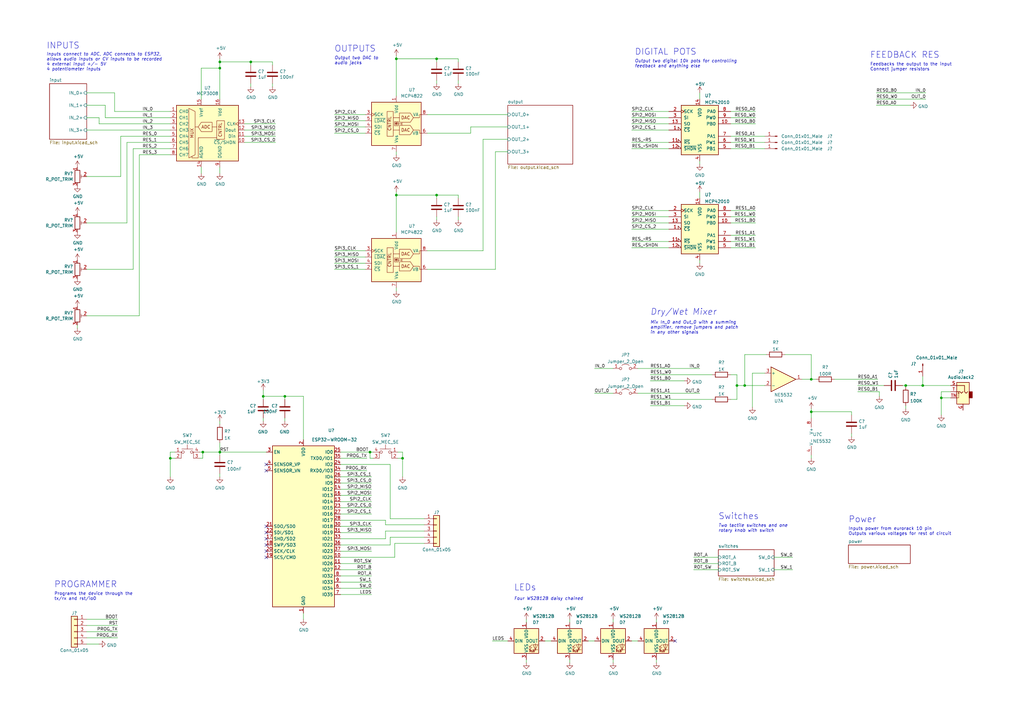
<source format=kicad_sch>
(kicad_sch (version 20211123) (generator eeschema)
  (paper "A3")
  (junction (at 378.46 158.115))
  (junction (at 371.475 158.115))
  (junction (at 107.95 162.56))
  (junction (at 90.17 27.94))
  (junction (at 90.17 185.42))
  (junction (at 305.435 158.115))
  (junction (at 302.26 158.115))
  (junction (at 179.07 80.01))
  (junction (at 116.84 162.56))
  (junction (at 179.07 24.13))
  (junction (at 162.56 24.13))
  (junction (at 83.185 185.42))
  (junction (at 165.1 187.96))
  (junction (at 386.08 163.195))
  (junction (at 162.56 80.01))
  (junction (at 102.87 25.4))
  (junction (at 69.85 187.96))
  (junction (at 332.74 155.575))
  (junction (at 151.765 185.42))
  (junction (at 90.17 25.4))
  (junction (at 332.74 168.91))
  (no_connect (at 109.22 226.06))
  (no_connect (at 109.22 228.6))
  (no_connect (at 109.22 223.52))
  (no_connect (at 109.22 215.9))
  (no_connect (at 109.22 190.5))
  (no_connect (at 109.22 193.04))
  (no_connect (at 109.22 220.98))
  (no_connect (at 276.86 262.89))
  (no_connect (at 109.22 218.44))
  (wire (pts (xy 378.46 154.305) (xy 378.46 158.115)))
  (wire (pts (xy 35.56 254) (xy 48.26 254)))
  (wire (pts (xy 266.7 153.67) (xy 292.1 153.67)))
  (wire (pts (xy 259.08 91.44) (xy 274.32 91.44)))
  (wire (pts (xy 287.02 38.1) (xy 287.02 40.64)))
  (wire (pts (xy 208.28 57.15) (xy 198.12 57.15)))
  (wire (pts (xy 175.26 110.49) (xy 203.2 110.49)))
  (wire (pts (xy 175.26 54.61) (xy 193.04 54.61)))
  (wire (pts (xy 359.41 40.64) (xy 379.73 40.64)))
  (wire (pts (xy 137.16 107.95) (xy 149.86 107.95)))
  (wire (pts (xy 359.41 38.1) (xy 379.73 38.1)))
  (wire (pts (xy 100.33 53.34) (xy 113.03 53.34)))
  (wire (pts (xy 386.08 160.655) (xy 386.08 163.195)))
  (wire (pts (xy 49.53 72.39) (xy 49.53 55.88)))
  (wire (pts (xy 139.7 241.3) (xy 152.4 241.3)))
  (wire (pts (xy 302.26 153.67) (xy 302.26 158.115)))
  (wire (pts (xy 90.17 181.61) (xy 90.17 185.42)))
  (wire (pts (xy 149.86 102.87) (xy 137.16 102.87)))
  (wire (pts (xy 198.12 57.15) (xy 198.12 102.87)))
  (wire (pts (xy 82.55 40.64) (xy 82.55 27.94)))
  (wire (pts (xy 81.915 187.96) (xy 83.185 187.96)))
  (wire (pts (xy 35.56 110.49) (xy 54.61 110.49)))
  (wire (pts (xy 35.56 72.39) (xy 49.53 72.39)))
  (wire (pts (xy 165.1 185.42) (xy 165.1 187.96)))
  (wire (pts (xy 139.7 238.76) (xy 152.4 238.76)))
  (wire (pts (xy 233.68 254) (xy 233.68 255.27)))
  (wire (pts (xy 203.2 110.49) (xy 203.2 62.23)))
  (wire (pts (xy 299.72 50.8) (xy 309.88 50.8)))
  (wire (pts (xy 69.85 185.42) (xy 69.85 187.96)))
  (wire (pts (xy 82.55 27.94) (xy 90.17 27.94)))
  (wire (pts (xy 162.56 80.01) (xy 179.07 80.01)))
  (wire (pts (xy 173.99 220.345) (xy 160.02 220.345)))
  (wire (pts (xy 90.17 25.4) (xy 102.87 25.4)))
  (wire (pts (xy 332.74 168.91) (xy 332.74 167.64)))
  (wire (pts (xy 139.7 187.96) (xy 150.495 187.96)))
  (wire (pts (xy 179.07 88.9) (xy 179.07 90.17)))
  (wire (pts (xy 54.61 110.49) (xy 54.61 60.96)))
  (wire (pts (xy 284.48 228.6) (xy 294.64 228.6)))
  (wire (pts (xy 81.915 185.42) (xy 83.185 185.42)))
  (wire (pts (xy 35.56 43.18) (xy 43.18 43.18)))
  (wire (pts (xy 179.07 80.01) (xy 187.96 80.01)))
  (wire (pts (xy 266.7 166.37) (xy 280.67 166.37)))
  (wire (pts (xy 179.07 24.13) (xy 187.96 24.13)))
  (wire (pts (xy 153.035 185.42) (xy 151.765 185.42)))
  (wire (pts (xy 259.08 101.6) (xy 274.32 101.6)))
  (wire (pts (xy 71.755 185.42) (xy 69.85 185.42)))
  (wire (pts (xy 215.9 254) (xy 215.9 255.27)))
  (wire (pts (xy 149.86 105.41) (xy 137.16 105.41)))
  (wire (pts (xy 193.04 54.61) (xy 193.04 52.07)))
  (wire (pts (xy 149.86 46.99) (xy 137.16 46.99)))
  (wire (pts (xy 259.08 58.42) (xy 274.32 58.42)))
  (wire (pts (xy 139.7 215.9) (xy 152.4 215.9)))
  (wire (pts (xy 201.93 262.89) (xy 208.28 262.89)))
  (wire (pts (xy 371.475 166.37) (xy 371.475 167.64)))
  (wire (pts (xy 299.72 96.52) (xy 309.88 96.52)))
  (wire (pts (xy 173.99 217.805) (xy 158.115 217.805)))
  (wire (pts (xy 321.945 145.415) (xy 332.74 145.415)))
  (wire (pts (xy 299.72 88.9) (xy 309.88 88.9)))
  (wire (pts (xy 332.74 155.575) (xy 328.93 155.575)))
  (wire (pts (xy 162.56 80.01) (xy 162.56 78.74)))
  (wire (pts (xy 332.74 168.91) (xy 349.25 168.91)))
  (wire (pts (xy 175.26 46.99) (xy 208.28 46.99)))
  (wire (pts (xy 139.7 193.04) (xy 150.495 193.04)))
  (wire (pts (xy 149.86 49.53) (xy 137.16 49.53)))
  (wire (pts (xy 83.185 185.42) (xy 90.17 185.42)))
  (wire (pts (xy 139.7 243.84) (xy 152.4 243.84)))
  (wire (pts (xy 161.925 228.6) (xy 139.7 228.6)))
  (wire (pts (xy 259.08 48.26) (xy 274.32 48.26)))
  (wire (pts (xy 162.56 24.13) (xy 162.56 39.37)))
  (wire (pts (xy 187.96 80.01) (xy 187.96 81.28)))
  (wire (pts (xy 299.72 60.96) (xy 313.69 60.96)))
  (wire (pts (xy 90.17 185.42) (xy 90.17 186.69)))
  (wire (pts (xy 100.33 50.8) (xy 113.03 50.8)))
  (wire (pts (xy 54.61 60.96) (xy 69.85 60.96)))
  (wire (pts (xy 223.52 262.89) (xy 226.06 262.89)))
  (wire (pts (xy 83.185 187.96) (xy 83.185 185.42)))
  (wire (pts (xy 165.1 187.96) (xy 163.195 187.96)))
  (wire (pts (xy 158.115 217.805) (xy 158.115 220.98)))
  (wire (pts (xy 35.56 53.34) (xy 69.85 53.34)))
  (wire (pts (xy 299.72 91.44) (xy 309.88 91.44)))
  (wire (pts (xy 139.7 200.66) (xy 152.4 200.66)))
  (wire (pts (xy 90.17 172.72) (xy 90.17 173.99)))
  (wire (pts (xy 46.99 45.72) (xy 46.99 38.1)))
  (wire (pts (xy 139.7 233.68) (xy 152.4 233.68)))
  (wire (pts (xy 243.84 151.13) (xy 251.46 151.13)))
  (wire (pts (xy 261.62 151.13) (xy 287.02 151.13)))
  (wire (pts (xy 107.95 162.56) (xy 107.95 163.83)))
  (wire (pts (xy 163.195 185.42) (xy 165.1 185.42)))
  (wire (pts (xy 351.79 158.115) (xy 362.585 158.115)))
  (wire (pts (xy 287.02 78.74) (xy 287.02 81.28)))
  (wire (pts (xy 149.86 54.61) (xy 137.16 54.61)))
  (wire (pts (xy 162.56 24.13) (xy 179.07 24.13)))
  (wire (pts (xy 139.7 231.14) (xy 152.4 231.14)))
  (wire (pts (xy 266.7 156.21) (xy 280.67 156.21)))
  (wire (pts (xy 241.3 262.89) (xy 243.84 262.89)))
  (wire (pts (xy 35.56 259.08) (xy 48.26 259.08)))
  (wire (pts (xy 162.56 119.38) (xy 162.56 118.11)))
  (wire (pts (xy 193.04 52.07) (xy 208.28 52.07)))
  (wire (pts (xy 82.55 68.58) (xy 82.55 71.12)))
  (wire (pts (xy 378.46 158.115) (xy 389.89 158.115)))
  (wire (pts (xy 160.02 223.52) (xy 139.7 223.52)))
  (wire (pts (xy 299.72 86.36) (xy 309.88 86.36)))
  (wire (pts (xy 215.9 271.78) (xy 215.9 270.51)))
  (wire (pts (xy 187.96 24.13) (xy 187.96 25.4)))
  (wire (pts (xy 359.41 43.18) (xy 373.38 43.18)))
  (wire (pts (xy 57.15 129.54) (xy 35.56 129.54)))
  (wire (pts (xy 299.72 153.67) (xy 302.26 153.67)))
  (wire (pts (xy 179.07 33.02) (xy 179.07 34.29)))
  (wire (pts (xy 299.72 58.42) (xy 313.69 58.42)))
  (wire (pts (xy 160.02 220.345) (xy 160.02 223.52)))
  (wire (pts (xy 284.48 231.14) (xy 294.64 231.14)))
  (wire (pts (xy 299.72 55.88) (xy 313.69 55.88)))
  (wire (pts (xy 152.4 203.2) (xy 139.7 203.2)))
  (wire (pts (xy 173.99 222.885) (xy 161.925 222.885)))
  (wire (pts (xy 179.07 80.01) (xy 179.07 81.28)))
  (wire (pts (xy 102.87 34.29) (xy 102.87 35.56)))
  (wire (pts (xy 90.17 25.4) (xy 90.17 24.13)))
  (wire (pts (xy 116.84 162.56) (xy 116.84 163.83)))
  (wire (pts (xy 107.95 172.72) (xy 107.95 171.45)))
  (wire (pts (xy 299.72 101.6) (xy 309.88 101.6)))
  (wire (pts (xy 69.85 187.96) (xy 71.755 187.96)))
  (wire (pts (xy 151.765 187.96) (xy 151.765 185.42)))
  (wire (pts (xy 342.265 155.575) (xy 360.045 155.575)))
  (wire (pts (xy 371.475 158.115) (xy 378.46 158.115)))
  (wire (pts (xy 35.56 91.44) (xy 52.07 91.44)))
  (wire (pts (xy 139.7 195.58) (xy 152.4 195.58)))
  (wire (pts (xy 299.72 45.72) (xy 309.88 45.72)))
  (wire (pts (xy 90.17 27.94) (xy 90.17 25.4)))
  (wire (pts (xy 261.62 161.29) (xy 287.02 161.29)))
  (wire (pts (xy 370.205 158.115) (xy 371.475 158.115)))
  (wire (pts (xy 299.72 99.06) (xy 309.88 99.06)))
  (wire (pts (xy 90.17 40.64) (xy 90.17 27.94)))
  (wire (pts (xy 124.46 162.56) (xy 116.84 162.56)))
  (wire (pts (xy 371.475 158.115) (xy 371.475 158.75)))
  (wire (pts (xy 259.08 50.8) (xy 274.32 50.8)))
  (wire (pts (xy 269.24 270.51) (xy 269.24 271.78)))
  (wire (pts (xy 259.08 60.96) (xy 274.32 60.96)))
  (wire (pts (xy 299.72 48.26) (xy 309.88 48.26)))
  (wire (pts (xy 90.17 71.12) (xy 90.17 68.58)))
  (wire (pts (xy 251.46 254) (xy 251.46 255.27)))
  (wire (pts (xy 259.08 86.36) (xy 274.32 86.36)))
  (wire (pts (xy 299.72 163.83) (xy 302.26 163.83)))
  (wire (pts (xy 313.69 153.035) (xy 308.61 153.035)))
  (wire (pts (xy 305.435 158.115) (xy 305.435 145.415)))
  (wire (pts (xy 389.89 163.195) (xy 386.08 163.195)))
  (wire (pts (xy 139.7 205.74) (xy 152.4 205.74)))
  (wire (pts (xy 139.7 190.5) (xy 160.02 190.5)))
  (wire (pts (xy 302.26 158.115) (xy 302.26 163.83)))
  (wire (pts (xy 113.03 55.88) (xy 100.33 55.88)))
  (wire (pts (xy 360.68 160.655) (xy 360.68 162.56)))
  (wire (pts (xy 251.46 271.78) (xy 251.46 270.51)))
  (wire (pts (xy 46.99 38.1) (xy 35.56 38.1)))
  (wire (pts (xy 162.56 24.13) (xy 162.56 22.86)))
  (wire (pts (xy 40.64 48.26) (xy 40.64 50.8)))
  (wire (pts (xy 259.08 93.98) (xy 274.32 93.98)))
  (wire (pts (xy 284.48 233.68) (xy 294.64 233.68)))
  (wire (pts (xy 389.89 160.655) (xy 386.08 160.655)))
  (wire (pts (xy 305.435 145.415) (xy 314.325 145.415)))
  (wire (pts (xy 160.02 212.725) (xy 173.99 212.725)))
  (wire (pts (xy 332.74 186.69) (xy 332.74 187.96)))
  (wire (pts (xy 90.17 194.31) (xy 90.17 195.58)))
  (wire (pts (xy 259.08 45.72) (xy 274.32 45.72)))
  (wire (pts (xy 57.15 63.5) (xy 69.85 63.5)))
  (wire (pts (xy 302.26 158.115) (xy 305.435 158.115)))
  (wire (pts (xy 139.7 213.36) (xy 158.115 213.36)))
  (wire (pts (xy 40.64 50.8) (xy 69.85 50.8)))
  (wire (pts (xy 111.76 35.56) (xy 111.76 34.29)))
  (wire (pts (xy 349.25 168.91) (xy 349.25 170.18)))
  (wire (pts (xy 107.95 160.02) (xy 107.95 162.56)))
  (wire (pts (xy 259.08 88.9) (xy 274.32 88.9)))
  (wire (pts (xy 386.08 163.195) (xy 386.08 170.18)))
  (wire (pts (xy 139.7 185.42) (xy 151.765 185.42)))
  (wire (pts (xy 124.46 180.34) (xy 124.46 162.56)))
  (wire (pts (xy 259.08 53.34) (xy 274.32 53.34)))
  (wire (pts (xy 153.035 187.96) (xy 151.765 187.96)))
  (wire (pts (xy 139.7 218.44) (xy 152.4 218.44)))
  (wire (pts (xy 35.56 261.62) (xy 48.26 261.62)))
  (wire (pts (xy 187.96 34.29) (xy 187.96 33.02)))
  (wire (pts (xy 187.96 90.17) (xy 187.96 88.9)))
  (wire (pts (xy 243.84 161.29) (xy 251.46 161.29)))
  (wire (pts (xy 35.56 48.26) (xy 40.64 48.26)))
  (wire (pts (xy 90.17 185.42) (xy 109.22 185.42)))
  (wire (pts (xy 100.33 58.42) (xy 113.03 58.42)))
  (wire (pts (xy 124.46 254) (xy 124.46 251.46)))
  (wire (pts (xy 162.56 63.5) (xy 162.56 62.23)))
  (wire (pts (xy 259.08 99.06) (xy 274.32 99.06)))
  (wire (pts (xy 43.18 43.18) (xy 43.18 48.26)))
  (wire (pts (xy 111.76 25.4) (xy 111.76 26.67)))
  (wire (pts (xy 287.02 66.04) (xy 287.02 67.31)))
  (wire (pts (xy 149.86 110.49) (xy 137.16 110.49)))
  (wire (pts (xy 52.07 58.42) (xy 69.85 58.42)))
  (wire (pts (xy 308.61 153.035) (xy 308.61 167.005)))
  (wire (pts (xy 57.15 63.5) (xy 57.15 129.54)))
  (wire (pts (xy 165.1 187.96) (xy 165.1 195.58)))
  (wire (pts (xy 332.74 168.91) (xy 332.74 171.45)))
  (wire (pts (xy 317.5 228.6) (xy 325.12 228.6)))
  (wire (pts (xy 102.87 25.4) (xy 102.87 26.67)))
  (wire (pts (xy 139.7 208.28) (xy 152.4 208.28)))
  (wire (pts (xy 49.53 55.88) (xy 69.85 55.88)))
  (wire (pts (xy 43.18 48.26) (xy 69.85 48.26)))
  (wire (pts (xy 31.75 133.35) (xy 31.75 134.62)))
  (wire (pts (xy 158.115 215.265) (xy 173.99 215.265)))
  (wire (pts (xy 46.99 45.72) (xy 69.85 45.72)))
  (wire (pts (xy 203.2 62.23) (xy 208.28 62.23)))
  (wire (pts (xy 349.25 177.8) (xy 349.25 179.07)))
  (wire (pts (xy 102.87 25.4) (xy 111.76 25.4)))
  (wire (pts (xy 259.08 262.89) (xy 261.62 262.89)))
  (wire (pts (xy 52.07 91.44) (xy 52.07 58.42)))
  (wire (pts (xy 287.02 106.68) (xy 287.02 107.95)))
  (wire (pts (xy 35.56 256.54) (xy 48.26 256.54)))
  (wire (pts (xy 35.56 264.16) (xy 40.64 264.16)))
  (wire (pts (xy 198.12 102.87) (xy 175.26 102.87)))
  (wire (pts (xy 179.07 24.13) (xy 179.07 25.4)))
  (wire (pts (xy 116.84 162.56) (xy 107.95 162.56)))
  (wire (pts (xy 139.7 198.12) (xy 152.4 198.12)))
  (wire (pts (xy 317.5 233.68) (xy 325.12 233.68)))
  (wire (pts (xy 158.115 213.36) (xy 158.115 215.265)))
  (wire (pts (xy 160.02 190.5) (xy 160.02 212.725)))
  (wire (pts (xy 116.84 171.45) (xy 116.84 172.72)))
  (wire (pts (xy 351.79 160.655) (xy 360.68 160.655)))
  (wire (pts (xy 152.4 226.06) (xy 139.7 226.06)))
  (wire (pts (xy 158.115 220.98) (xy 139.7 220.98)))
  (wire (pts (xy 69.85 187.96) (xy 69.85 195.58)))
  (wire (pts (xy 161.925 222.885) (xy 161.925 228.6)))
  (wire (pts (xy 305.435 158.115) (xy 313.69 158.115)))
  (wire (pts (xy 139.7 210.82) (xy 152.4 210.82)))
  (wire (pts (xy 269.24 254) (xy 269.24 255.27)))
  (wire (pts (xy 332.74 155.575) (xy 334.645 155.575)))
  (wire (pts (xy 332.74 145.415) (xy 332.74 155.575)))
  (wire (pts (xy 233.68 271.78) (xy 233.68 270.51)))
  (wire (pts (xy 139.7 236.22) (xy 152.4 236.22)))
  (wire (pts (xy 266.7 163.83) (xy 292.1 163.83)))
  (wire (pts (xy 137.16 52.07) (xy 149.86 52.07)))
  (wire (pts (xy 162.56 80.01) (xy 162.56 95.25)))
  (text "Two tactile switches and one\nrotary knob with switch" (at 294.64 218.44 0) (effects (font (size 1.27 1.27) italic) (justify left bottom)))
  (text "DIGITAL POTS" (at 260.35 22.86 0) (effects (font (size 2.54 2.54)) (justify left bottom)))
  (text "Inputs power from eurorack 10 pin\nOutputs various voltages for rest of circuit" (at 347.98 219.71 0) (effects (font (size 1.27 1.27)) (justify left bottom)))
  (text "INPUTS" (at 19.05 20.32 0) (effects (font (size 2.54 2.54)) (justify left bottom)))
  (text "FEEDBACK RES" (at 356.87 24.13 0) (effects (font (size 2.54 2.54)) (justify left bottom)))
  (text "Power" (at 347.98 214.63 0) (effects (font (size 2.54 2.54)) (justify left bottom)))
  (text "Output two digital 10k pots for controlling\nfeedback and anything else" (at 260.35 27.94 0) (effects (font (size 1.27 1.27) italic) (justify left bottom)))
  (text "OUTPUTS" (at 137.16 21.59 0) (effects (font (size 2.54 2.54)) (justify left bottom)))
  (text "LEDs" (at 210.82 242.57 0) (effects (font (size 2.54 2.54)) (justify left bottom)))
  (text "Programs the device through the \ntx/rx and rst/io0" (at 22.225 246.38 0) (effects (font (size 1.27 1.27)) (justify left bottom)))
  (text "Output two DAC to\naudio jacks" (at 137.16 26.67 0) (effects (font (size 1.27 1.27) italic) (justify left bottom)))
  (text "Four WS2B12B daisy chained " (at 210.82 246.38 0) (effects (font (size 1.27 1.27) italic) (justify left bottom)))
  (text "Mix In_0 and Out_0 with a summing\namplifier, remove jumpers and patch\nin any other signals" (at 266.7 137.16 0) (effects (font (size 1.27 1.27) italic) (justify left bottom)))
  (text "PROGRAMMER" (at 22.225 241.3 0) (effects (font (size 2.54 2.54)) (justify left bottom)))
  (text "Dry/Wet Mixer" (at 266.7 129.54 0) (effects (font (size 2.54 2.54) italic) (justify left bottom)))
  (text "Inputs connect to ADC, ADC connects to ESP32,\nallows audio inputs or CV inputs to be recorded\n4 external input +/- 5V\n4 potentiometer inputs" (at 19.05 29.21 0) (effects (font (size 1.27 1.27) italic) (justify left bottom)))
  (text "Switches" (at 294.64 213.36 0) (effects (font (size 2.54 2.54)) (justify left bottom)))
  (text "Feedbacks the output to the input\nConnect jumper resistors" (at 356.87 29.21 0) (effects (font (size 1.27 1.27)) (justify left bottom)))
  (label "RES1_B1" (at 309.88 101.6 180))
  (label "SPI3_CLK" (at 113.03 50.8 180))
  (label "SW_0" (at 325.12 228.6 180))
  (label "RES1_B1" (at 266.7 166.37 0))
  (label "IN_3" (at 58.42 53.34 0))
  (label "SPI2_MOSI" (at 259.08 88.9 0))
  (label "RES0_A0" (at 359.41 43.18 0))
  (label "RES0_W1" (at 309.88 58.42 180))
  (label "SPI2_MISO" (at 259.08 50.8 0))
  (label "BOOT" (at 48.26 254 180))
  (label "RES0_A1" (at 309.88 55.88 180))
  (label "RES_~RS" (at 259.08 58.42 0))
  (label "SPI3_CS_1" (at 137.16 110.49 0))
  (label "SPI2_CS_0" (at 137.16 54.61 0))
  (label "SPI2_CLK" (at 259.08 45.72 0))
  (label "ROT_SW" (at 284.48 233.68 0))
  (label "RES_2" (at 58.42 60.96 0))
  (label "SW_1" (at 152.4 238.76 180))
  (label "ROT_A" (at 284.48 228.6 0))
  (label "RES1_W0" (at 309.88 88.9 180))
  (label "RES1_A0" (at 309.88 86.36 180))
  (label "SPI2_MOSI" (at 137.16 52.07 0))
  (label "SPI2_MISO" (at 259.08 91.44 0))
  (label "SW_0" (at 152.4 241.3 180))
  (label "SPI2_CLK" (at 259.08 86.36 0))
  (label "RES0_B1" (at 351.79 160.655 0))
  (label "SPI3_CLK" (at 152.4 215.9 180))
  (label "RES1_W1" (at 266.7 163.83 0))
  (label "SPI3_CLK" (at 137.16 102.87 0))
  (label "RES0_W0" (at 309.88 48.26 180))
  (label "ROT_B" (at 284.48 231.14 0))
  (label "IN_0" (at 287.02 151.13 180))
  (label "OUT_0" (at 379.73 40.64 180))
  (label "SPI3_CS_0" (at 113.03 58.42 180))
  (label "RES1_W0" (at 266.7 153.67 0))
  (label "PROG_TX" (at 150.495 187.96 180))
  (label "SPI3_MOSI" (at 113.03 55.88 180))
  (label "RES_~RS" (at 259.08 99.06 0))
  (label "SPI3_MOSI" (at 137.16 107.95 0))
  (label "SPI2_MISO" (at 152.4 200.66 180))
  (label "SPI2_MISO" (at 137.16 49.53 0))
  (label "SPI2_CS_0" (at 152.4 208.28 180))
  (label "RES_~SHDN" (at 259.08 60.96 0))
  (label "RES_~SHDN" (at 259.08 101.6 0))
  (label "SPI2_MOSI" (at 259.08 48.26 0))
  (label "RES1_A1" (at 309.88 96.52 180))
  (label "OUT_0" (at 287.02 161.29 180))
  (label "ROT_A" (at 152.4 236.22 180))
  (label "RES0_A1" (at 360.045 155.575 180))
  (label "IN_0" (at 58.42 45.72 0))
  (label "IN_2" (at 58.42 50.8 0))
  (label "SPI2_CS_1" (at 152.4 210.82 180))
  (label "BOOT" (at 151.13 185.42 180))
  (label "IN_0" (at 379.73 38.1 180))
  (label "LEDS" (at 201.93 262.89 0))
  (label "RES_1" (at 58.42 58.42 0))
  (label "PROG_TX" (at 48.26 259.08 180))
  (label "SPI3_MOSI" (at 152.4 226.06 180))
  (label "SPI2_CLK" (at 137.16 46.99 0))
  (label "SPI2_CLK" (at 152.4 205.74 180))
  (label "RES_3" (at 58.42 63.5 0))
  (label "SPI3_MISO" (at 137.16 105.41 0))
  (label "LEDS" (at 152.4 243.84 180))
  (label "SPI3_MISO" (at 113.03 53.34 180))
  (label "SPI2_CS_2" (at 259.08 93.98 0))
  (label "RES1_B0" (at 309.88 91.44 180))
  (label "SPI3_MISO" (at 152.4 218.44 180))
  (label "RES0_B0" (at 309.88 50.8 180))
  (label "RES0_W1" (at 351.79 158.115 0))
  (label "IN_1" (at 58.42 48.26 0))
  (label "RES0_W0" (at 359.41 40.64 0))
  (label "RST" (at 48.26 256.54 180))
  (label "SPI3_CS_0" (at 152.4 198.12 180))
  (label "RES1_W1" (at 309.88 99.06 180))
  (label "SPI3_CS_1" (at 152.4 195.58 180))
  (label "SPI2_CS_1" (at 259.08 53.34 0))
  (label "RES_0" (at 58.42 55.88 0))
  (label "RES0_A0" (at 309.88 45.72 180))
  (label "PROG_RX" (at 150.495 193.04 180))
  (label "IN_0" (at 243.84 151.13 0))
  (label "RES1_B0" (at 266.7 156.21 0))
  (label "OUT_0" (at 243.84 161.29 0))
  (label "RES0_B0" (at 359.41 38.1 0))
  (label "SW_1" (at 325.12 233.68 180))
  (label "RES1_A0" (at 266.7 151.13 0))
  (label "SPI2_MOSI" (at 152.4 203.2 180))
  (label "RES0_B1" (at 309.88 60.96 180))
  (label "RES1_A1" (at 266.7 161.29 0))
  (label "RST" (at 90.17 185.42 0))
  (label "ROT_B" (at 152.4 233.68 180))
  (label "ROT_SW" (at 152.4 231.14 180))
  (label "PROG_RX" (at 48.26 261.62 180))
  (symbol (lib_id "power:+5V") (at 90.17 24.13 0) (unit 1)
    (property "Reference" "#PWR?" (effects hide))
    (property "Value" "+5V" (at 90.551 19.7358 0))
  )
  (symbol (lib_id "RF_Module:ESP32-WROOM-32") (at 124.46 215.9 0) (unit 1)
    (property "Reference" "U?" (at 135.89 176.53 0))
    (property "Value" "ESP32-WROOM-32" (at 137.16 180.34 0))
    (property "Footprint" "RF_Module:ESP32-WROOM-32" (effects hide))
    (property "Datasheet" "https://www.espressif.com/sites/default/files/documentation/esp32-wroom-32_datasheet_en.pdf" (effects hide))
  )
  (symbol (lib_id "Device:C") (at 102.87 30.48 0) (unit 1)
    (property "Reference" "C?" (at 105.791 29.3116 0) (effects (justify left)))
    (property "Value" "1uF" (at 105.791 31.623 0) (effects (justify left)))
    (property "Footprint" "Capacitor_SMD:C_0805_2012Metric_Pad1.18x1.45mm_HandSolder" (effects hide))
  )
  (symbol (lib_id "Device:C") (at 111.76 30.48 0) (unit 1)
    (property "Reference" "C?" (at 114.681 29.3116 0) (effects (justify left)))
    (property "Value" "100nF" (at 114.681 31.623 0) (effects (justify left)))
    (property "Footprint" "Capacitor_SMD:C_0805_2012Metric_Pad1.18x1.45mm_HandSolder" (effects hide))
  )
  (symbol (lib_id "power:GND") (at 102.87 35.56 0) (unit 1)
    (property "Reference" "#PWR?" (effects hide))
    (property "Value" "GND" (at 102.997 39.9542 0))
  )
  (symbol (lib_id "power:GND") (at 111.76 35.56 0) (unit 1)
    (property "Reference" "#PWR?" (effects hide))
    (property "Value" "GND" (at 111.887 39.9542 0))
  )
  (symbol (lib_id "Analog_ADC:MCP3008") (at 85.09 53.34 0) (unit 1)
    (property "Reference" "U?" (at 85.09 36.0426 0))
    (property "Value" "MCP3008" (at 85.09 38.354 0))
    (property "Datasheet" "http://ww1.microchip.com/downloads/en/DeviceDoc/21295d.pdf" (effects hide))
  )
  (symbol (lib_id "power:GND") (at 82.55 71.12 0) (unit 1)
    (property "Reference" "#PWR?" (effects hide))
    (property "Value" "GND" (at 82.677 75.5142 0))
  )
  (symbol (lib_id "power:GND") (at 90.17 71.12 0) (unit 1)
    (property "Reference" "#PWR?" (effects hide))
    (property "Value" "GND" (at 90.297 75.5142 0))
  )
  (symbol (lib_id "Analog_DAC:MCP4822") (at 162.56 49.53 0) (unit 1)
    (property "Reference" "U?" (at 168.91 36.83 0))
    (property "Value" "MCP4822" (at 168.91 39.37 0))
    (property "Datasheet" "http://ww1.microchip.com/downloads/en/DeviceDoc/20002249B.pdf" (effects hide))
  )
  (symbol (lib_id "power:+5V") (at 162.56 22.86 0) (unit 1)
    (property "Reference" "#PWR?" (effects hide))
    (property "Value" "+5V" (at 162.941 18.4658 0))
  )
  (symbol (lib_id "Device:C") (at 179.07 29.21 0) (unit 1)
    (property "Reference" "C?" (at 181.991 28.0416 0) (effects (justify left)))
    (property "Value" "1uF" (at 181.991 30.353 0) (effects (justify left)))
    (property "Footprint" "Capacitor_SMD:C_0805_2012Metric_Pad1.18x1.45mm_HandSolder" (effects hide))
  )
  (symbol (lib_id "Device:C") (at 187.96 29.21 0) (unit 1)
    (property "Reference" "C?" (at 190.881 28.0416 0) (effects (justify left)))
    (property "Value" "100nF" (at 190.881 30.353 0) (effects (justify left)))
    (property "Footprint" "Capacitor_SMD:C_0805_2012Metric_Pad1.18x1.45mm_HandSolder" (effects hide))
  )
  (symbol (lib_id "power:GND") (at 179.07 34.29 0) (unit 1)
    (property "Reference" "#PWR?" (effects hide))
    (property "Value" "GND" (at 179.197 38.6842 0))
  )
  (symbol (lib_id "power:GND") (at 187.96 34.29 0) (unit 1)
    (property "Reference" "#PWR?" (effects hide))
    (property "Value" "GND" (at 188.087 38.6842 0))
  )
  (symbol (lib_id "power:GND") (at 162.56 63.5 0) (unit 1)
    (property "Reference" "#PWR?" (effects hide))
    (property "Value" "GND" (at 162.687 67.8942 0))
  )
  (symbol (lib_id "Device:R_POT_TRIM") (at 31.75 72.39 0) (unit 1)
    (property "Reference" "RV?" (at 29.972 71.2216 0) (effects (justify right)))
    (property "Value" "R_POT_TRIM" (at 29.972 73.533 0) (effects (justify right)))
  )
  (symbol (lib_id "power:+5V") (at 31.75 68.58 0) (unit 1)
    (property "Reference" "#PWR?" (effects hide))
    (property "Value" "+5V" (at 32.131 64.1858 0))
  )
  (symbol (lib_id "power:GND") (at 31.75 76.2 0) (unit 1)
    (property "Reference" "#PWR?" (effects hide))
    (property "Value" "GND" (at 31.877 80.5942 0))
  )
  (symbol (lib_id "Device:R_POT_TRIM") (at 31.75 91.44 0) (unit 1)
    (property "Reference" "RV?" (at 29.972 90.2716 0) (effects (justify right)))
    (property "Value" "R_POT_TRIM" (at 29.972 92.583 0) (effects (justify right)))
  )
  (symbol (lib_id "power:+5V") (at 31.75 87.63 0) (unit 1)
    (property "Reference" "#PWR?" (effects hide))
    (property "Value" "+5V" (at 32.131 83.2358 0))
  )
  (symbol (lib_id "power:GND") (at 31.75 95.25 0) (unit 1)
    (property "Reference" "#PWR?" (effects hide))
    (property "Value" "GND" (at 31.877 99.6442 0))
  )
  (symbol (lib_id "Device:R_POT_TRIM") (at 31.75 110.49 0) (unit 1)
    (property "Reference" "RV?" (at 29.972 109.3216 0) (effects (justify right)))
    (property "Value" "R_POT_TRIM" (at 29.972 111.633 0) (effects (justify right)))
  )
  (symbol (lib_id "power:+5V") (at 31.75 106.68 0) (unit 1)
    (property "Reference" "#PWR?" (effects hide))
    (property "Value" "+5V" (at 32.131 102.2858 0))
  )
  (symbol (lib_id "power:GND") (at 31.75 114.3 0) (unit 1)
    (property "Reference" "#PWR?" (effects hide))
    (property "Value" "GND" (at 31.877 118.6942 0))
  )
  (symbol (lib_id "Device:R_POT_TRIM") (at 31.75 129.54 0) (unit 1)
    (property "Reference" "RV?" (at 29.972 128.3716 0) (effects (justify right)))
    (property "Value" "R_POT_TRIM" (at 29.972 130.683 0) (effects (justify right)))
  )
  (symbol (lib_id "LED:WS2812B") (at 215.9 262.89 0) (unit 1)
    (property "Reference" "D?" (at 218.44 255.27 0) (effects (justify left)))
    (property "Value" "WS2812B" (at 218.44 252.73 0) (effects (justify left)))
    (property "Footprint" "LED_SMD:LED_WS2812B_PLCC4_5.0x5.0mm_P3.2mm" (effects hide))
    (property "Datasheet" "https://cdn-shop.adafruit.com/datasheets/WS2812B.pdf" (effects hide))
  )
  (symbol (lib_id "power:GND") (at 31.75 134.62 0) (unit 1)
    (property "Reference" "#PWR?" (effects hide))
    (property "Value" "GND" (at 31.877 139.0142 0))
  )
  (symbol (lib_id "LED:WS2812B") (at 233.68 262.89 0) (unit 1)
    (property "Reference" "D?" (at 236.22 255.27 0) (effects (justify left)))
    (property "Value" "WS2812B" (at 236.22 252.73 0) (effects (justify left)))
    (property "Footprint" "LED_SMD:LED_WS2812B_PLCC4_5.0x5.0mm_P3.2mm" (effects hide))
    (property "Datasheet" "https://cdn-shop.adafruit.com/datasheets/WS2812B.pdf" (effects hide))
  )
  (symbol (lib_id "LED:WS2812B") (at 251.46 262.89 0) (unit 1)
    (property "Reference" "D?" (at 254 255.27 0) (effects (justify left)))
    (property "Value" "WS2812B" (at 254 252.73 0) (effects (justify left)))
    (property "Footprint" "LED_SMD:LED_WS2812B_PLCC4_5.0x5.0mm_P3.2mm" (effects hide))
    (property "Datasheet" "https://cdn-shop.adafruit.com/datasheets/WS2812B.pdf" (effects hide))
  )
  (symbol (lib_id "LED:WS2812B") (at 269.24 262.89 0) (unit 1)
    (property "Reference" "D?" (at 271.78 255.27 0) (effects (justify left)))
    (property "Value" "WS2812B" (at 271.78 252.73 0) (effects (justify left)))
    (property "Footprint" "LED_SMD:LED_WS2812B_PLCC4_5.0x5.0mm_P3.2mm" (effects hide))
    (property "Datasheet" "https://cdn-shop.adafruit.com/datasheets/WS2812B.pdf" (effects hide))
  )
  (symbol (lib_id "power:GND") (at 269.24 271.78 0) (unit 1)
    (property "Reference" "#PWR?" (effects hide))
    (property "Value" "GND" (at 269.367 276.1742 0))
  )
  (symbol (lib_id "power:GND") (at 251.46 271.78 0) (unit 1)
    (property "Reference" "#PWR?" (effects hide))
    (property "Value" "GND" (at 251.587 276.1742 0))
  )
  (symbol (lib_id "power:GND") (at 233.68 271.78 0) (unit 1)
    (property "Reference" "#PWR?" (effects hide))
    (property "Value" "GND" (at 233.807 276.1742 0))
  )
  (symbol (lib_id "power:GND") (at 215.9 271.78 0) (unit 1)
    (property "Reference" "#PWR?" (effects hide))
    (property "Value" "GND" (at 216.027 276.1742 0))
  )
  (symbol (lib_id "power:+5V") (at 215.9 254 0) (unit 1)
    (property "Reference" "#PWR?" (effects hide))
    (property "Value" "+5V" (at 216.281 249.6058 0))
  )
  (symbol (lib_id "power:+5V") (at 233.68 254 0) (unit 1)
    (property "Reference" "#PWR?" (effects hide))
    (property "Value" "+5V" (at 234.061 249.6058 0))
  )
  (symbol (lib_id "power:+5V") (at 251.46 254 0) (unit 1)
    (property "Reference" "#PWR?" (effects hide))
    (property "Value" "+5V" (at 251.841 249.6058 0))
  )
  (symbol (lib_id "power:+5V") (at 269.24 254 0) (unit 1)
    (property "Reference" "#PWR?" (effects hide))
    (property "Value" "+5V" (at 269.621 249.6058 0))
  )
  (symbol (lib_id "power:GND") (at 124.46 254 0) (unit 1)
    (property "Reference" "#PWR?" (effects hide))
    (property "Value" "GND" (at 124.587 258.3942 0))
  )
  (symbol (lib_id "Device:C") (at 116.84 167.64 0) (mirror y) (unit 1)
    (property "Reference" "C?" (at 113.919 166.4716 0) (effects (justify left)))
    (property "Value" "100nF" (at 113.919 168.783 0) (effects (justify left)))
    (property "Footprint" "Capacitor_SMD:C_0805_2012Metric_Pad1.18x1.45mm_HandSolder" (effects hide))
  )
  (symbol (lib_id "Device:C") (at 107.95 167.64 0) (mirror y) (unit 1)
    (property "Reference" "C?" (at 105.029 166.4716 0) (effects (justify left)))
    (property "Value" "1uF" (at 105.029 168.783 0) (effects (justify left)))
    (property "Footprint" "Capacitor_SMD:C_0805_2012Metric_Pad1.18x1.45mm_HandSolder" (effects hide))
  )
  (symbol (lib_id "power:GND") (at 116.84 172.72 0) (mirror y) (unit 1)
    (property "Reference" "#PWR?" (effects hide))
    (property "Value" "GND" (at 116.713 177.1142 0))
  )
  (symbol (lib_id "power:GND") (at 107.95 172.72 0) (mirror y) (unit 1)
    (property "Reference" "#PWR?" (effects hide))
    (property "Value" "GND" (at 107.823 177.1142 0))
  )
  (symbol (lib_id "Connector_Generic:Conn_01x05") (at 179.07 217.805 0) (unit 1)
    (property "Reference" "J?" (at 179.07 210.185 0))
    (property "Value" "Conn_01x05" (at 179.07 225.425 0))
    (property "Footprint" "Connector_PinSocket_2.54mm:PinSocket_1x05_P2.54mm_Vertical" (effects hide))
  )
  (symbol (lib_name "+5V_1") (lib_id "power:+5V") (at 287.02 78.74 0) (unit 1)
    (property "Reference" "#PWR?" (effects hide))
    (property "Value" "+5V" (at 287.02 75.1355 0))
  )
  (symbol (lib_id "Jumper:Jumper_2_Open") (at 256.54 151.13 0) (unit 1)
    (property "Reference" "JP?" (at 256.54 145.5125 0))
    (property "Value" "Jumper_2_Open" (at 256.54 148.2876 0))
    (property "Footprint" "Connector_PinHeader_2.54mm:PinHeader_1x02_P2.54mm_Vertical" (effects hide))
  )
  (symbol (lib_id "Device:C") (at 349.25 173.99 0) (unit 1)
    (property "Reference" "C?" (at 352.171 172.8216 0) (effects (justify left)))
    (property "Value" "1uF" (at 352.171 175.133 0) (effects (justify left)))
    (property "Footprint" "Capacitor_SMD:C_0805_2012Metric_Pad1.18x1.45mm_HandSolder" (effects hide))
  )
  (symbol (lib_id "power:+5V") (at 332.74 167.64 0) (unit 1)
    (property "Reference" "#PWR?" (effects hide))
    (property "Value" "+5V" (at 333.121 163.2458 0))
  )
  (symbol (lib_id "Jumper:Jumper_2_Open") (at 256.54 161.29 0) (unit 1)
    (property "Reference" "JP?" (at 256.54 155.6725 0))
    (property "Value" "Jumper_2_Open" (at 256.54 158.4476 0))
    (property "Footprint" "Connector_PinHeader_2.54mm:PinHeader_1x02_P2.54mm_Vertical" (effects hide))
  )
  (symbol (lib_id "Device:R") (at 371.475 162.56 180) (unit 1)
    (property "Reference" "R?" (at 373.253 161.6515 0) (effects (justify right)))
    (property "Value" "100K" (at 373.253 164.4266 0) (effects (justify right)))
    (property "Footprint" "Resistor_SMD:R_0805_2012Metric_Pad1.20x1.40mm_HandSolder" (effects hide))
  )
  (symbol (lib_id "Switch:SW_MEC_5E") (at 158.115 187.96 0) (mirror y) (unit 1)
    (property "Reference" "SW?" (at 158.115 178.5325 0))
    (property "Value" "SW_MEC_5E" (at 158.115 181.3076 0))
    (property "Datasheet" "http://www.apem.com/int/index.php?controller=attachment&id_attachment=1371" (effects hide))
  )
  (symbol (lib_id "power:+3V3") (at 90.17 172.72 0) (unit 1)
    (property "Reference" "#PWR?" (effects hide))
    (property "Value" "+3V3" (at 90.17 169.1155 0))
  )
  (symbol (lib_id "Connector_Generic:Conn_01x05") (at 30.48 259.08 0) (mirror y) (unit 1)
    (property "Reference" "J?" (at 30.48 251.46 0))
    (property "Value" "Conn_01x05" (at 30.48 266.7 0))
    (property "Footprint" "Connector_PinSocket_2.54mm:PinSocket_1x05_P2.54mm_Vertical" (effects hide))
  )
  (symbol (lib_id "Device:C") (at 179.07 85.09 0) (unit 1)
    (property "Reference" "C?" (at 181.991 83.9216 0) (effects (justify left)))
    (property "Value" "1uF" (at 181.991 86.233 0) (effects (justify left)))
    (property "Footprint" "Capacitor_SMD:C_0805_2012Metric_Pad1.18x1.45mm_HandSolder" (effects hide))
  )
  (symbol (lib_name "GND_2") (lib_id "power:GND") (at 373.38 43.18 90) (unit 1)
    (property "Reference" "#PWR?" (effects hide))
    (property "Value" "GND" (at 376.555 43.659 90) (effects (justify right)))
  )
  (symbol (lib_id "Device:R") (at 338.455 155.575 90) (unit 1)
    (property "Reference" "R?" (at 338.455 150.5925 90))
    (property "Value" "100R" (at 338.455 153.3676 90))
    (property "Footprint" "Resistor_SMD:R_0805_2012Metric_Pad1.20x1.40mm_HandSolder" (effects hide))
  )
  (symbol (lib_name "GND_3") (lib_id "power:GND") (at 90.17 195.58 0) (unit 1)
    (property "Reference" "#PWR?" (effects hide))
    (property "Value" "GND" (at 90.17 200.1425 0))
  )
  (symbol (lib_id "Potentiometer_Digital:MCP42010") (at 287.02 53.34 0) (unit 1)
    (property "Reference" "U?" (at 289.0394 39.2135 0) (effects (justify left)))
    (property "Value" "MCP42010" (at 289.0394 41.9886 0) (effects (justify left)))
    (property "Datasheet" "http://ww1.microchip.com/downloads/en/DeviceDoc/11195c.pdf" (effects hide))
  )
  (symbol (lib_name "GND_4") (lib_id "power:GND") (at 69.85 195.58 0) (unit 1)
    (property "Reference" "#PWR?" (effects hide))
    (property "Value" "GND" (at 69.85 200.1425 0))
  )
  (symbol (lib_id "power:GND") (at 187.96 90.17 0) (unit 1)
    (property "Reference" "#PWR?" (effects hide))
    (property "Value" "GND" (at 188.087 94.5642 0))
  )
  (symbol (lib_id "power:GND") (at 349.25 179.07 0) (unit 1)
    (property "Reference" "#PWR?" (effects hide))
    (property "Value" "GND" (at 349.377 183.4642 0))
  )
  (symbol (lib_id "Potentiometer_Digital:MCP42010") (at 287.02 93.98 0) (unit 1)
    (property "Reference" "U?" (at 289.0394 79.8535 0) (effects (justify left)))
    (property "Value" "MCP42010" (at 289.0394 82.6286 0) (effects (justify left)))
    (property "Datasheet" "http://ww1.microchip.com/downloads/en/DeviceDoc/11195c.pdf" (effects hide))
  )
  (symbol (lib_id "power:+5V") (at 31.75 125.73 0) (unit 1)
    (property "Reference" "#PWR?" (effects hide))
    (property "Value" "+5V" (at 32.131 121.3358 0))
  )
  (symbol (lib_name "+5V_1") (lib_id "power:+5V") (at 287.02 38.1 0) (unit 1)
    (property "Reference" "#PWR?" (effects hide))
    (property "Value" "+5V" (at 287.02 34.4955 0))
  )
  (symbol (lib_id "Device:C") (at 187.96 85.09 0) (unit 1)
    (property "Reference" "C?" (at 190.881 83.9216 0) (effects (justify left)))
    (property "Value" "100nF" (at 190.881 86.233 0) (effects (justify left)))
    (property "Footprint" "Capacitor_SMD:C_0805_2012Metric_Pad1.18x1.45mm_HandSolder" (effects hide))
  )
  (symbol (lib_name "GND_7") (lib_id "power:GND") (at 280.67 156.21 90) (unit 1)
    (property "Reference" "#PWR?" (effects hide))
    (property "Value" "GND" (at 283.845 156.689 90) (effects (justify right)))
  )
  (symbol (lib_id "Connector:Conn_01x01_Male") (at 378.46 149.225 90) (mirror x) (unit 1)
    (property "Reference" "J?" (at 374.65 149.225 90))
    (property "Value" "Conn_01x01_Male" (at 384.175 146.685 90))
    (property "Footprint" "Connector_PinSocket_2.54mm:PinSocket_1x01_P2.54mm_Vertical" (effects hide))
  )
  (symbol (lib_name "GND_4") (lib_id "power:GND") (at 165.1 195.58 0) (mirror y) (unit 1)
    (property "Reference" "#PWR?" (effects hide))
    (property "Value" "GND" (at 165.1 200.1425 0))
  )
  (symbol (lib_id "Device:R") (at 295.91 163.83 90) (unit 1)
    (property "Reference" "R?" (at 295.91 158.8475 90))
    (property "Value" "1K" (at 295.91 161.6226 90))
    (property "Footprint" "Resistor_SMD:R_0805_2012Metric_Pad1.20x1.40mm_HandSolder" (effects hide))
  )
  (symbol (lib_id "power:GND") (at 179.07 90.17 0) (unit 1)
    (property "Reference" "#PWR?" (effects hide))
    (property "Value" "GND" (at 179.197 94.5642 0))
  )
  (symbol (lib_id "Device:R") (at 295.91 153.67 90) (unit 1)
    (property "Reference" "R?" (at 295.91 148.6875 90))
    (property "Value" "1K" (at 295.91 151.4626 90))
    (property "Footprint" "Resistor_SMD:R_0805_2012Metric_Pad1.20x1.40mm_HandSolder" (effects hide))
  )
  (symbol (lib_id "Amplifier_Operational:NE5532") (at 335.28 179.07 0) (unit 3)
    (property "Reference" "U?" (at 333.375 178.1615 0) (effects (justify left)))
    (property "Value" "NE5532" (at 333.375 180.9366 0) (effects (justify left)))
    (property "Datasheet" "http://www.ti.com/lit/ds/symlink/ne5532.pdf" (effects hide))
  )
  (symbol (lib_id "power:+3V3") (at 107.95 160.02 0) (unit 1)
    (property "Reference" "#PWR?" (effects hide))
    (property "Value" "+3V3" (at 107.95 156.4155 0))
  )
  (symbol (lib_id "Amplifier_Operational:NE5532") (at 321.31 155.575 0) (unit 1)
    (property "Reference" "U?" (at 319.405 164.465 0))
    (property "Value" "NE5532" (at 321.31 161.925 0))
    (property "Datasheet" "http://www.ti.com/lit/ds/symlink/ne5532.pdf" (effects hide))
  )
  (symbol (lib_id "power:GND") (at 162.56 119.38 0) (unit 1)
    (property "Reference" "#PWR?" (effects hide))
    (property "Value" "GND" (at 162.687 123.7742 0))
  )
  (symbol (lib_name "GND_1") (lib_id "power:GND") (at 386.08 170.18 0) (mirror y) (unit 1)
    (property "Reference" "#PWR?" (effects hide))
    (property "Value" "GND" (at 386.08 174.7425 0))
  )
  (symbol (lib_id "power:+5V") (at 162.56 78.74 0) (unit 1)
    (property "Reference" "#PWR?" (effects hide))
    (property "Value" "+5V" (at 162.941 74.3458 0))
  )
  (symbol (lib_id "Switch:SW_MEC_5E") (at 76.835 187.96 0) (unit 1)
    (property "Reference" "SW?" (at 76.835 178.5325 0))
    (property "Value" "SW_MEC_5E" (at 76.835 181.3076 0))
    (property "Datasheet" "http://www.apem.com/int/index.php?controller=attachment&id_attachment=1371" (effects hide))
  )
  (symbol (lib_id "Connector:Conn_01x01_Male") (at 318.77 60.96 180) (unit 1)
    (property "Reference" "J?" (at 340.36 60.96 0))
    (property "Value" "Conn_01x01_Male" (at 328.93 60.96 0))
    (property "Footprint" "Connector_PinSocket_2.54mm:PinSocket_1x01_P2.54mm_Vertical" (effects hide))
  )
  (symbol (lib_id "Device:R") (at 318.135 145.415 90) (unit 1)
    (property "Reference" "R?" (at 318.135 140.4325 90))
    (property "Value" "1K" (at 318.135 143.2076 90))
    (property "Footprint" "Resistor_SMD:R_0805_2012Metric_Pad1.20x1.40mm_HandSolder" (effects hide))
  )
  (symbol (lib_name "R_1") (lib_id "Device:R") (at 90.17 177.8 0) (unit 1)
    (property "Reference" "R?" (at 91.948 176.8915 0) (effects (justify left)))
    (property "Value" "1K" (at 91.948 179.6666 0) (effects (justify left)))
    (property "Footprint" "Resistor_SMD:R_0805_2012Metric_Pad1.20x1.40mm_HandSolder" (effects hide))
  )
  (symbol (lib_name "GND_7") (lib_id "power:GND") (at 280.67 166.37 90) (unit 1)
    (property "Reference" "#PWR?" (effects hide))
    (property "Value" "GND" (at 283.845 166.849 90) (effects (justify right)))
  )
  (symbol (lib_id "Connector:AudioJack2_Ground_SwitchT") (at 394.97 160.655 0) (mirror y) (unit 1)
    (property "Reference" "J?" (at 394.1572 152.4 0))
    (property "Value" "AudioJack2" (at 394.1572 154.7114 0))
    (property "Footprint" "AudioJacks:Jack_3.5mm_QingPu_WQP-PJ398SM_Vertical" (effects hide))
  )
  (symbol (lib_name "GND_5") (lib_id "power:GND") (at 40.64 264.16 90) (unit 1)
    (property "Reference" "#PWR?" (effects hide))
    (property "Value" "GND" (at 43.815 264.639 90) (effects (justify right)))
  )
  (symbol (lib_name "C_1") (lib_id "Device:C") (at 90.17 190.5 0) (unit 1)
    (property "Reference" "C?" (at 93.091 189.5915 0) (effects (justify left)))
    (property "Value" "100nF" (at 93.091 192.3666 0) (effects (justify left)))
    (property "Footprint" "Capacitor_SMD:C_0805_2012Metric_Pad1.18x1.45mm_HandSolder" (effects hide))
  )
  (symbol (lib_name "GND_10") (lib_id "power:GND") (at 360.68 162.56 0) (unit 1)
    (property "Reference" "#PWR?" (effects hide))
    (property "Value" "GND" (at 360.68 167.1225 0))
  )
  (symbol (lib_id "Analog_DAC:MCP4822") (at 162.56 105.41 0) (unit 1)
    (property "Reference" "U?" (at 168.91 92.71 0))
    (property "Value" "MCP4822" (at 168.91 95.25 0))
    (property "Datasheet" "http://ww1.microchip.com/downloads/en/DeviceDoc/20002249B.pdf" (effects hide))
  )
  (symbol (lib_name "GND_1") (lib_id "power:GND") (at 287.02 107.95 0) (unit 1)
    (property "Reference" "#PWR?" (effects hide))
    (property "Value" "GND" (at 287.02 112.5125 0))
  )
  (symbol (lib_id "Connector:Conn_01x01_Male") (at 318.77 55.88 180) (unit 1)
    (property "Reference" "J?" (at 340.36 55.88 0))
    (property "Value" "Conn_01x01_Male" (at 328.93 55.88 0))
    (property "Footprint" "Connector_PinSocket_2.54mm:PinSocket_1x01_P2.54mm_Vertical" (effects hide))
  )
  (symbol (lib_name "GND_11") (lib_id "power:GND") (at 371.475 167.64 0) (unit 1)
    (property "Reference" "#PWR?" (effects hide))
    (property "Value" "GND" (at 371.475 172.2025 0))
  )
  (symbol (lib_name "GND_8") (lib_id "power:GND") (at 308.61 167.005 0) (unit 1)
    (property "Reference" "#PWR?" (effects hide))
    (property "Value" "GND" (at 308.61 171.5675 0))
  )
  (symbol (lib_id "Device:C") (at 366.395 158.115 90) (unit 1)
    (property "Reference" "C?" (at 365.2266 155.194 0) (effects (justify left)))
    (property "Value" "1uF" (at 367.538 155.194 0) (effects (justify left)))
    (property "Footprint" "Capacitor_SMD:C_0805_2012Metric_Pad1.18x1.45mm_HandSolder" (effects hide))
  )
  (symbol (lib_name "GND_12") (lib_id "power:GND") (at 332.74 187.96 0) (unit 1)
    (property "Reference" "#PWR?" (effects hide))
    (property "Value" "GND" (at 332.74 192.5225 0))
  )
  (symbol (lib_id "Connector:Conn_01x01_Male") (at 318.77 58.42 180) (unit 1)
    (property "Reference" "J?" (at 340.36 58.42 0))
    (property "Value" "Conn_01x01_Male" (at 328.93 58.42 0))
    (property "Footprint" "Connector_PinSocket_2.54mm:PinSocket_1x01_P2.54mm_Vertical" (effects hide))
  )
  (symbol (lib_name "GND_1") (lib_id "power:GND") (at 287.02 67.31 0) (unit 1)
    (property "Reference" "#PWR?" (effects hide))
    (property "Value" "GND" (at 287.02 71.8725 0))
  )
  (sheet (at 20.32 34.29) (size 15.24 22.86)
    (property "Sheet name" "input" (at 20.32 33.5784 0) (effects (justify left bottom)))
    (property "Sheet file" "input.kicad_sch" (at 20.32 57.7346 0) (effects (justify left top)))
    (pin "IN_0+" input (at 35.56 38.1 0))
    (pin "IN_1+" input (at 35.56 43.18 0))
    (pin "IN_2+" input (at 35.56 48.26 0))
    (pin "IN_3+" input (at 35.56 53.34 0))
  )
  (sheet (at 208.28 43.18) (size 26.67 24.13) (stroke (width 0.1524))
    (property "Sheet name" "output" (at 208.28 42.4684 0) (effects (justify left bottom)))
    (property "Sheet file" "output.kicad_sch" (at 208.28 67.8946 0) (effects (justify left top)))
    (pin "OUT_1+" input (at 208.28 52.07 180))
    (pin "OUT_2+" input (at 208.28 57.15 180))
    (pin "OUT_3+" input (at 208.28 62.23 180))
    (pin "OUT_0+" input (at 208.28 46.99 180))
  )
  (sheet (at 294.64 225.425) (size 22.86 10.795) (stroke (width 0.1524))
    (property "Sheet name" "switches" (at 294.64 224.7134 0) (effects (justify left bottom)))
    (property "Sheet file" "switches.kicad_sch" (at 294.64 236.8046 0) (effects (justify left top)))
    (pin "ROT_A" input (at 294.64 228.6 180))
    (pin "SW_1" input (at 317.5 233.68 0))
    (pin "ROT_SW" input (at 294.64 233.68 180))
    (pin "SW_0" input (at 317.5 228.6 0))
    (pin "ROT_B" input (at 294.64 231.14 180))
  )
  (sheet (at 347.98 223.52) (size 25.4 7.62) (stroke (width 0.1524))
    (property "Sheet name" "power" (at 347.98 222.8084 0) (effects (justify left bottom)))
    (property "Sheet file" "power.kicad_sch" (at 347.98 231.7246 0) (effects (justify left top)))
  )
)
</source>
